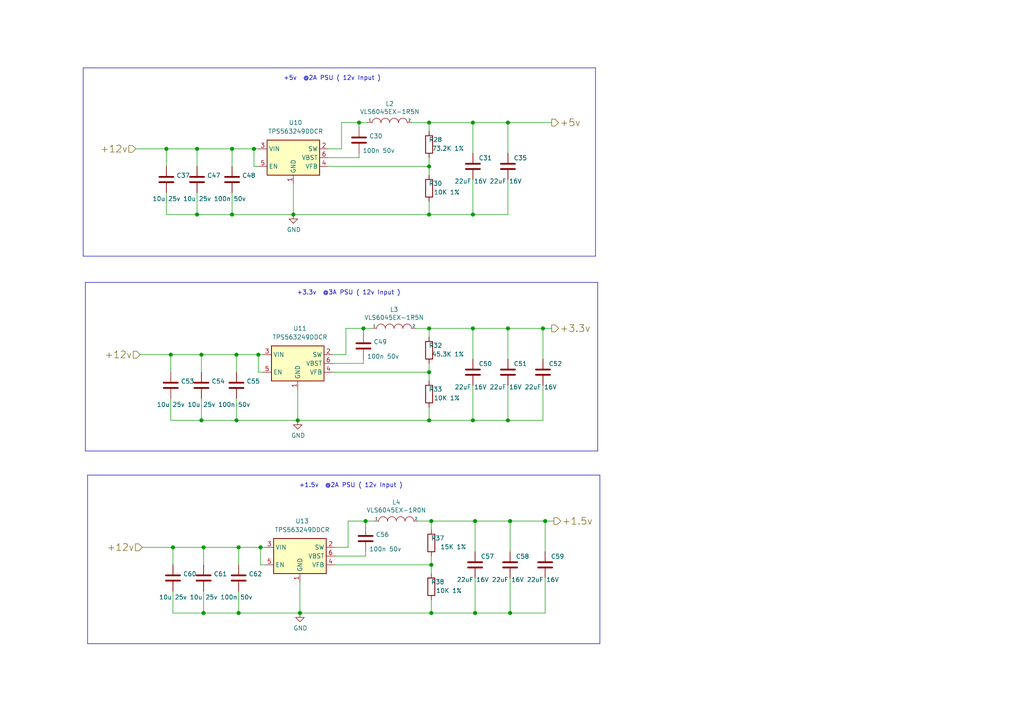
<source format=kicad_sch>
(kicad_sch (version 20201015) (generator eeschema)
  (paper "A4")
  (title_block (title "AP3500v2") (date "2021-01-19") (rev "1") (company "(c) ISis ImageStream Internet Solutions 2020") (comment 1 "www.imagestream.com"))
  (lib_symbols
    (symbol "Device:C" (pin_numbers hide) (pin_names (offset 0.254))
      (property "Reference" "C" (at 0.635 2.54 0))
      (property "Value" "C" (at 0.635 -2.54 0))
      (symbol "C_0_1"
        (polyline (pts (xy -2.032 -0.762) (xy 2.032 -0.762)) (stroke (width 0.508)))
        (polyline (pts (xy -2.032 0.762) (xy 2.032 0.762)) (stroke (width 0.508)))
      )
      (symbol "C_1_1"
        (pin passive line (at 0 3.81 270) (length 2.794) (name "~") (number "1"))
        (pin passive line (at 0 -3.81 90) (length 2.794) (name "~") (number "2"))
      )
    )
    (symbol "Device:R" (pin_numbers hide) (pin_names (offset 0))
      (property "Reference" "R" (at 2.032 0 90))
      (property "Value" "R" (at 0 0 90))
      (symbol "R_0_1"
        (rectangle (start -1.016 -2.54) (end 1.016 2.54) (stroke (width 0.254)))
      )
      (symbol "R_1_1"
        (pin passive line (at 0 3.81 270) (length 1.27) (name "~") (number "1"))
        (pin passive line (at 0 -3.81 90) (length 1.27) (name "~") (number "2"))
      )
    )
    (symbol "Regulator_Switching:TPS563200"
      (property "Reference" "U" (at -7.62 6.35 0))
      (property "Value" "TPS563200" (at -2.54 6.35 0))
      (symbol "TPS563200_0_1"
        (rectangle (start -7.62 5.08) (end 7.62 -5.08) (stroke (width 0.254)) (fill (type background)))
      )
      (symbol "TPS563200_1_1"
        (pin power_in line (at 0 -7.62 90) (length 2.54) (name "GND") (number "1"))
        (pin output line (at 10.16 2.54 180) (length 2.54) (name "SW") (number "2"))
        (pin power_in line (at -10.16 2.54 0) (length 2.54) (name "VIN") (number "3"))
        (pin input line (at 10.16 -2.54 180) (length 2.54) (name "VFB") (number "4"))
        (pin input line (at -10.16 -2.54 0) (length 2.54) (name "EN") (number "5"))
        (pin passive line (at 10.16 0 180) (length 2.54) (name "VBST") (number "6"))
      )
    )
    (symbol "power:GND" (power) (pin_names (offset 0))
      (property "Value" "GND" (at 0 -3.81 0))
      (symbol "GND_0_1"
        (polyline (pts (xy 0 0) (xy 0 -1.27) (xy 1.27 -1.27) (xy 0 -2.54) (xy -1.27 -1.27) (xy 0 -1.27)))
      )
      (symbol "GND_1_1"
        (pin power_in line (at 0 0 270) (length 0) hide (name "GND") (number "1"))
      )
    )
    (symbol "pspice:INDUCTOR" (pin_numbers hide) (pin_names (offset 0))
      (property "Reference" "L" (at 0 2.54 0))
      (property "Value" "INDUCTOR" (at 0 -1.27 0))
      (symbol "INDUCTOR_0_1"
        (arc (start -2.54 0) (end -5.08 0) (radius (at -3.81 0) (length 1.27) (angles 0.1 179.9)))
        (arc (start 0 0) (end -2.54 0) (radius (at -1.27 0) (length 1.27) (angles 0.1 179.9)))
        (arc (start 2.54 0) (end 0 0) (radius (at 1.27 0) (length 1.27) (angles 0.1 179.9)))
        (arc (start 5.08 0) (end 2.54 0) (radius (at 3.81 0) (length 1.27) (angles 0.1 179.9)))
      )
      (symbol "INDUCTOR_1_1"
        (pin input line (at -6.35 0 0) (length 1.27) (name "1") (number "1"))
        (pin input line (at 6.35 0 180) (length 1.27) (name "2") (number "2"))
      )
    )
  )
  (junction (at 48.26 43.18) (diameter 1.016))
  (junction (at 49.53 102.87) (diameter 1.016))
  (junction (at 50.165 158.75) (diameter 1.016))
  (junction (at 57.15 43.18) (diameter 1.016))
  (junction (at 57.15 62.23) (diameter 1.016))
  (junction (at 58.42 102.87) (diameter 1.016))
  (junction (at 58.42 121.92) (diameter 1.016))
  (junction (at 59.055 158.75) (diameter 1.016))
  (junction (at 59.055 177.8) (diameter 1.016))
  (junction (at 67.31 43.18) (diameter 1.016))
  (junction (at 67.31 62.23) (diameter 1.016))
  (junction (at 68.58 102.87) (diameter 1.016))
  (junction (at 68.58 121.92) (diameter 1.016))
  (junction (at 69.215 158.75) (diameter 1.016))
  (junction (at 69.215 177.8) (diameter 1.016))
  (junction (at 73.66 43.18) (diameter 1.016))
  (junction (at 74.93 102.87) (diameter 1.016))
  (junction (at 75.565 158.75) (diameter 1.016))
  (junction (at 85.09 62.23) (diameter 1.016))
  (junction (at 86.36 121.92) (diameter 1.016))
  (junction (at 86.995 177.8) (diameter 1.016))
  (junction (at 104.14 35.56) (diameter 1.016))
  (junction (at 105.41 95.25) (diameter 1.016))
  (junction (at 106.045 151.13) (diameter 1.016))
  (junction (at 124.46 35.56) (diameter 1.016))
  (junction (at 124.46 48.26) (diameter 1.016))
  (junction (at 124.46 62.23) (diameter 1.016))
  (junction (at 124.46 95.25) (diameter 1.016))
  (junction (at 124.46 107.95) (diameter 1.016))
  (junction (at 124.46 121.92) (diameter 1.016))
  (junction (at 125.095 151.13) (diameter 1.016))
  (junction (at 125.095 163.83) (diameter 1.016))
  (junction (at 125.095 177.8) (diameter 1.016))
  (junction (at 137.16 35.56) (diameter 1.016))
  (junction (at 137.16 62.23) (diameter 1.016))
  (junction (at 137.16 95.25) (diameter 1.016))
  (junction (at 137.16 121.92) (diameter 1.016))
  (junction (at 137.795 151.13) (diameter 1.016))
  (junction (at 137.795 177.8) (diameter 1.016))
  (junction (at 147.32 35.56) (diameter 1.016))
  (junction (at 147.32 95.25) (diameter 1.016))
  (junction (at 147.32 121.92) (diameter 1.016))
  (junction (at 147.955 151.13) (diameter 1.016))
  (junction (at 147.955 177.8) (diameter 1.016))
  (junction (at 157.48 95.25) (diameter 1.016))
  (junction (at 158.115 151.13) (diameter 1.016))
  (wire (pts (xy 39.37 43.18) (xy 48.26 43.18)))
  (wire (pts (xy 40.64 102.87) (xy 49.53 102.87)))
  (wire (pts (xy 41.275 158.75) (xy 50.165 158.75)))
  (wire (pts (xy 48.26 43.18) (xy 48.26 48.26)))
  (wire (pts (xy 48.26 43.18) (xy 57.15 43.18)))
  (wire (pts (xy 48.26 55.88) (xy 48.26 62.23)))
  (wire (pts (xy 48.26 62.23) (xy 57.15 62.23)))
  (wire (pts (xy 49.53 102.87) (xy 49.53 107.95)))
  (wire (pts (xy 49.53 102.87) (xy 58.42 102.87)))
  (wire (pts (xy 49.53 115.57) (xy 49.53 121.92)))
  (wire (pts (xy 49.53 121.92) (xy 58.42 121.92)))
  (wire (pts (xy 50.165 158.75) (xy 50.165 163.83)))
  (wire (pts (xy 50.165 158.75) (xy 59.055 158.75)))
  (wire (pts (xy 50.165 171.45) (xy 50.165 177.8)))
  (wire (pts (xy 50.165 177.8) (xy 59.055 177.8)))
  (wire (pts (xy 57.15 43.18) (xy 57.15 48.26)))
  (wire (pts (xy 57.15 43.18) (xy 67.31 43.18)))
  (wire (pts (xy 57.15 55.88) (xy 57.15 62.23)))
  (wire (pts (xy 57.15 62.23) (xy 67.31 62.23)))
  (wire (pts (xy 58.42 102.87) (xy 58.42 107.95)))
  (wire (pts (xy 58.42 102.87) (xy 68.58 102.87)))
  (wire (pts (xy 58.42 115.57) (xy 58.42 121.92)))
  (wire (pts (xy 58.42 121.92) (xy 68.58 121.92)))
  (wire (pts (xy 59.055 158.75) (xy 59.055 163.83)))
  (wire (pts (xy 59.055 158.75) (xy 69.215 158.75)))
  (wire (pts (xy 59.055 171.45) (xy 59.055 177.8)))
  (wire (pts (xy 59.055 177.8) (xy 69.215 177.8)))
  (wire (pts (xy 67.31 43.18) (xy 67.31 48.26)))
  (wire (pts (xy 67.31 43.18) (xy 73.66 43.18)))
  (wire (pts (xy 67.31 55.88) (xy 67.31 62.23)))
  (wire (pts (xy 67.31 62.23) (xy 85.09 62.23)))
  (wire (pts (xy 68.58 102.87) (xy 68.58 107.95)))
  (wire (pts (xy 68.58 102.87) (xy 74.93 102.87)))
  (wire (pts (xy 68.58 115.57) (xy 68.58 121.92)))
  (wire (pts (xy 68.58 121.92) (xy 86.36 121.92)))
  (wire (pts (xy 69.215 158.75) (xy 69.215 163.83)))
  (wire (pts (xy 69.215 158.75) (xy 75.565 158.75)))
  (wire (pts (xy 69.215 171.45) (xy 69.215 177.8)))
  (wire (pts (xy 69.215 177.8) (xy 86.995 177.8)))
  (wire (pts (xy 73.66 43.18) (xy 74.93 43.18)))
  (wire (pts (xy 73.66 48.26) (xy 73.66 43.18)))
  (wire (pts (xy 74.93 48.26) (xy 73.66 48.26)))
  (wire (pts (xy 74.93 102.87) (xy 76.2 102.87)))
  (wire (pts (xy 74.93 107.95) (xy 74.93 102.87)))
  (wire (pts (xy 75.565 158.75) (xy 76.835 158.75)))
  (wire (pts (xy 75.565 163.83) (xy 75.565 158.75)))
  (wire (pts (xy 76.2 107.95) (xy 74.93 107.95)))
  (wire (pts (xy 76.835 163.83) (xy 75.565 163.83)))
  (wire (pts (xy 85.09 53.34) (xy 85.09 62.23)))
  (wire (pts (xy 85.09 62.23) (xy 124.46 62.23)))
  (wire (pts (xy 86.36 113.03) (xy 86.36 121.92)))
  (wire (pts (xy 86.36 121.92) (xy 124.46 121.92)))
  (wire (pts (xy 86.995 168.91) (xy 86.995 177.8)))
  (wire (pts (xy 86.995 177.8) (xy 125.095 177.8)))
  (wire (pts (xy 95.25 45.72) (xy 104.14 45.72)))
  (wire (pts (xy 95.25 48.26) (xy 124.46 48.26)))
  (wire (pts (xy 96.52 105.41) (xy 105.41 105.41)))
  (wire (pts (xy 96.52 107.95) (xy 124.46 107.95)))
  (wire (pts (xy 97.155 161.29) (xy 106.045 161.29)))
  (wire (pts (xy 97.155 163.83) (xy 125.095 163.83)))
  (wire (pts (xy 99.06 35.56) (xy 99.06 43.18)))
  (wire (pts (xy 99.06 43.18) (xy 95.25 43.18)))
  (wire (pts (xy 100.33 95.25) (xy 100.33 102.87)))
  (wire (pts (xy 100.33 102.87) (xy 96.52 102.87)))
  (wire (pts (xy 100.965 151.13) (xy 100.965 158.75)))
  (wire (pts (xy 100.965 158.75) (xy 97.155 158.75)))
  (wire (pts (xy 104.14 35.56) (xy 99.06 35.56)))
  (wire (pts (xy 104.14 35.56) (xy 104.14 36.83)))
  (wire (pts (xy 104.14 45.72) (xy 104.14 44.45)))
  (wire (pts (xy 105.41 95.25) (xy 100.33 95.25)))
  (wire (pts (xy 105.41 95.25) (xy 105.41 96.52)))
  (wire (pts (xy 105.41 105.41) (xy 105.41 104.14)))
  (wire (pts (xy 106.045 151.13) (xy 100.965 151.13)))
  (wire (pts (xy 106.045 151.13) (xy 106.045 152.4)))
  (wire (pts (xy 106.045 161.29) (xy 106.045 160.02)))
  (wire (pts (xy 106.68 35.56) (xy 104.14 35.56)))
  (wire (pts (xy 107.95 95.25) (xy 105.41 95.25)))
  (wire (pts (xy 108.585 151.13) (xy 106.045 151.13)))
  (wire (pts (xy 119.38 35.56) (xy 124.46 35.56)))
  (wire (pts (xy 120.65 95.25) (xy 124.46 95.25)))
  (wire (pts (xy 121.285 151.13) (xy 125.095 151.13)))
  (wire (pts (xy 124.46 35.56) (xy 124.46 38.1)))
  (wire (pts (xy 124.46 35.56) (xy 137.16 35.56)))
  (wire (pts (xy 124.46 45.72) (xy 124.46 48.26)))
  (wire (pts (xy 124.46 48.26) (xy 124.46 50.8)))
  (wire (pts (xy 124.46 62.23) (xy 124.46 58.42)))
  (wire (pts (xy 124.46 95.25) (xy 124.46 97.79)))
  (wire (pts (xy 124.46 95.25) (xy 137.16 95.25)))
  (wire (pts (xy 124.46 105.41) (xy 124.46 107.95)))
  (wire (pts (xy 124.46 107.95) (xy 124.46 110.49)))
  (wire (pts (xy 124.46 121.92) (xy 124.46 118.11)))
  (wire (pts (xy 125.095 151.13) (xy 125.095 153.67)))
  (wire (pts (xy 125.095 151.13) (xy 137.795 151.13)))
  (wire (pts (xy 125.095 161.29) (xy 125.095 163.83)))
  (wire (pts (xy 125.095 163.83) (xy 125.095 166.37)))
  (wire (pts (xy 125.095 177.8) (xy 125.095 173.99)))
  (wire (pts (xy 137.16 35.56) (xy 137.16 44.45)))
  (wire (pts (xy 137.16 35.56) (xy 147.32 35.56)))
  (wire (pts (xy 137.16 52.07) (xy 137.16 62.23)))
  (wire (pts (xy 137.16 62.23) (xy 124.46 62.23)))
  (wire (pts (xy 137.16 95.25) (xy 137.16 104.14)))
  (wire (pts (xy 137.16 95.25) (xy 147.32 95.25)))
  (wire (pts (xy 137.16 111.76) (xy 137.16 121.92)))
  (wire (pts (xy 137.16 121.92) (xy 124.46 121.92)))
  (wire (pts (xy 137.795 151.13) (xy 137.795 160.02)))
  (wire (pts (xy 137.795 151.13) (xy 147.955 151.13)))
  (wire (pts (xy 137.795 167.64) (xy 137.795 177.8)))
  (wire (pts (xy 137.795 177.8) (xy 125.095 177.8)))
  (wire (pts (xy 147.32 35.56) (xy 147.32 44.45)))
  (wire (pts (xy 147.32 35.56) (xy 160.02 35.56)))
  (wire (pts (xy 147.32 52.07) (xy 147.32 62.23)))
  (wire (pts (xy 147.32 62.23) (xy 137.16 62.23)))
  (wire (pts (xy 147.32 95.25) (xy 147.32 104.14)))
  (wire (pts (xy 147.32 95.25) (xy 157.48 95.25)))
  (wire (pts (xy 147.32 111.76) (xy 147.32 121.92)))
  (wire (pts (xy 147.32 121.92) (xy 137.16 121.92)))
  (wire (pts (xy 147.955 151.13) (xy 147.955 160.02)))
  (wire (pts (xy 147.955 151.13) (xy 158.115 151.13)))
  (wire (pts (xy 147.955 167.64) (xy 147.955 177.8)))
  (wire (pts (xy 147.955 177.8) (xy 137.795 177.8)))
  (wire (pts (xy 157.48 95.25) (xy 157.48 104.14)))
  (wire (pts (xy 157.48 95.25) (xy 160.02 95.25)))
  (wire (pts (xy 157.48 111.76) (xy 157.48 121.92)))
  (wire (pts (xy 157.48 121.92) (xy 147.32 121.92)))
  (wire (pts (xy 158.115 151.13) (xy 158.115 160.02)))
  (wire (pts (xy 158.115 151.13) (xy 160.655 151.13)))
  (wire (pts (xy 158.115 167.64) (xy 158.115 177.8)))
  (wire (pts (xy 158.115 177.8) (xy 147.955 177.8)))
  (polyline (pts (xy 24.13 19.685) (xy 24.13 74.295)) (stroke (width 0) (type solid)))
  (polyline (pts (xy 24.13 19.685) (xy 172.72 19.685)) (stroke (width 0) (type solid)))
  (polyline (pts (xy 24.765 81.915) (xy 24.765 130.81)) (stroke (width 0) (type solid)))
  (polyline (pts (xy 24.765 81.915) (xy 173.355 81.915)) (stroke (width 0) (type solid)))
  (polyline (pts (xy 25.4 137.795) (xy 25.4 186.69)) (stroke (width 0) (type solid)))
  (polyline (pts (xy 25.4 137.795) (xy 173.99 137.795)) (stroke (width 0) (type solid)))
  (polyline (pts (xy 172.72 19.685) (xy 172.72 74.295)) (stroke (width 0) (type solid)))
  (polyline (pts (xy 172.72 74.295) (xy 24.13 74.295)) (stroke (width 0) (type solid)))
  (polyline (pts (xy 173.355 81.915) (xy 173.355 130.81)) (stroke (width 0) (type solid)))
  (polyline (pts (xy 173.355 130.81) (xy 24.765 130.81)) (stroke (width 0) (type solid)))
  (polyline (pts (xy 173.99 137.795) (xy 173.99 186.69)) (stroke (width 0) (type solid)))
  (polyline (pts (xy 173.99 186.69) (xy 25.4 186.69)) (stroke (width 0) (type solid)))
  (text "+5v  @2A PSU ( 12v Input )" (at 110.49 23.495 180) (effects (font (size 1.27 1.27)) (justify right bottom)))
  (text "+3.3v  @3A PSU ( 12v Input )" (at 116.205 85.725 180) (effects (font (size 1.27 1.27)) (justify right bottom)))
  (text "+1.5v  @2A PSU ( 12v Input )" (at 116.84 141.605 180) (effects (font (size 1.27 1.27)) (justify right bottom)))
  (hierarchical_label "+12v" (shape input) (at 39.37 43.18 180) (effects (font (size 2.007 2.007))))
  (hierarchical_label "+12v" (shape input) (at 40.64 102.87 180) (effects (font (size 2.007 2.007))))
  (hierarchical_label "+12v" (shape input) (at 41.275 158.75 180) (effects (font (size 2.007 2.007))))
  (hierarchical_label "+5v" (shape output) (at 160.02 35.56 0) (effects (font (size 2.007 2.007))))
  (hierarchical_label "+3.3v" (shape output) (at 160.02 95.25 0) (effects (font (size 2.007 2.007))))
  (hierarchical_label "+1.5v" (shape output) (at 160.655 151.13 0) (effects (font (size 2.007 2.007))))
  (symbol (lib_id "power:GND") (at 85.09 62.23 0) (unit 1)
    (property "Reference" "#PWR0118" (effects hide))
    (property "Value" "GND" (at 85.217 66.6242 0))
  )
  (symbol (lib_id "power:GND") (at 86.36 121.92 0) (unit 1)
    (property "Reference" "#PWR0120" (effects hide))
    (property "Value" "GND" (at 86.487 126.3142 0))
  )
  (symbol (lib_id "power:GND") (at 86.995 177.8 0) (unit 1)
    (property "Reference" "#PWR0119" (effects hide))
    (property "Value" "GND" (at 87.122 182.1942 0))
  )
  (symbol (lib_id "Device:R") (at 124.46 41.91 0) (mirror y) (unit 1)
    (property "Reference" "R28" (at 128.27 40.513 0) (effects (justify left)))
    (property "Value" "73.2K 1%" (at 134.62 43.053 0) (effects (justify left)))
    (property "Footprint" "Resistor_SMD:R_0603_1608Metric" (effects hide))
    (property "PartsBoxID" "CRCW060373K2FKEA" (effects hide))
  )
  (symbol (lib_id "Device:R") (at 124.46 54.61 0) (mirror y) (unit 1)
    (property "Reference" "R30" (at 128.27 53.213 0) (effects (justify left)))
    (property "Value" "10K 1%" (at 133.35 55.753 0) (effects (justify left)))
    (property "Footprint" "Resistor_SMD:R_0603_1608Metric" (effects hide))
    (property "Field6" "CRCW060310K0FKEA" (effects hide))
    (property "PartsBoxID" "0603-10K-1%" (effects hide))
  )
  (symbol (lib_id "Device:R") (at 124.46 101.6 0) (mirror y) (unit 1)
    (property "Reference" "R32" (at 128.27 100.203 0) (effects (justify left)))
    (property "Value" "45.3K 1%" (at 134.62 102.743 0) (effects (justify left)))
    (property "Footprint" "Resistor_SMD:R_0603_1608Metric" (effects hide))
    (property "PartsBoxID" "CRCW060345K3FKEA" (effects hide))
  )
  (symbol (lib_id "Device:R") (at 124.46 114.3 0) (mirror y) (unit 1)
    (property "Reference" "R33" (at 128.27 112.903 0) (effects (justify left)))
    (property "Value" "10K 1%" (at 133.35 115.443 0) (effects (justify left)))
    (property "Footprint" "Resistor_SMD:R_0603_1608Metric" (effects hide))
    (property "Field6" "CRCW060310K0FKEA" (effects hide))
    (property "PartsBoxID" "0603-10K-1%" (effects hide))
  )
  (symbol (lib_id "Device:R") (at 125.095 157.48 0) (mirror y) (unit 1)
    (property "Reference" "R37" (at 128.905 156.083 0) (effects (justify left)))
    (property "Value" "15K 1%" (at 135.255 158.623 0) (effects (justify left)))
    (property "Footprint" "Resistor_SMD:R_0603_1608Metric" (effects hide))
    (property "PartsBoxID" "0603-15K-1%" (effects hide))
  )
  (symbol (lib_id "Device:R") (at 125.095 170.18 0) (mirror y) (unit 1)
    (property "Reference" "R38" (at 128.905 168.783 0) (effects (justify left)))
    (property "Value" "10K 1%" (at 133.985 171.323 0) (effects (justify left)))
    (property "Footprint" "Resistor_SMD:R_0603_1608Metric" (effects hide))
    (property "Field6" "CRCW060310K0FKEA" (effects hide))
    (property "PartsBoxID" "0603-10K-1%" (effects hide))
  )
  (symbol (lib_id "pspice:INDUCTOR") (at 113.03 35.56 0) (unit 1)
    (property "Reference" "L2" (at 113.03 30.099 0))
    (property "Value" "VLS6045EX-1R5N" (at 113.03 32.4104 0))
    (property "Footprint" "Scott:L_TDK_VLS6045" (effects hide))
    (property "PartsBoxID" "VLS6045EX-1R5N" (effects hide))
  )
  (symbol (lib_id "pspice:INDUCTOR") (at 114.3 95.25 0) (unit 1)
    (property "Reference" "L3" (at 114.3 89.789 0))
    (property "Value" "VLS6045EX-1R5N" (at 114.3 92.1004 0))
    (property "Footprint" "Scott:L_TDK_VLS6045" (effects hide))
    (property "PartsBoxID" "VLS6045EX-1R5N" (effects hide))
  )
  (symbol (lib_id "pspice:INDUCTOR") (at 114.935 151.13 0) (unit 1)
    (property "Reference" "L4" (at 114.935 145.669 0))
    (property "Value" "VLS6045EX-1R0N" (at 114.935 147.9804 0))
    (property "Footprint" "Scott:L_TDK_VLS6045" (effects hide))
    (property "PartsBoxID" "VLS6045EX-1R0N" (effects hide))
  )
  (symbol (lib_id "Device:C") (at 48.26 52.07 0) (unit 1)
    (property "Reference" "C37" (at 51.181 50.9016 0) (effects (justify left)))
    (property "Value" "10u 25v" (at 44.196 57.658 0) (effects (justify left)))
    (property "Footprint" "Capacitor_SMD:C_0805_2012Metric" (effects hide))
    (property "Field4" "Digikey" (effects hide))
    (property "Field6" "C0805C106K8PACTU" (effects hide))
    (property "Field7" "Kemet" (effects hide))
    (property "Part Description" "10uF 10% or 20% 10V Ceramic Capacitor X5R 0805" (effects hide))
    (property "PartsBoxID" "0805-10uF-X7R-25V" (effects hide))
  )
  (symbol (lib_id "Device:C") (at 49.53 111.76 0) (unit 1)
    (property "Reference" "C53" (at 52.451 110.5916 0) (effects (justify left)))
    (property "Value" "10u 25v" (at 45.466 117.348 0) (effects (justify left)))
    (property "Footprint" "Capacitor_SMD:C_0805_2012Metric" (effects hide))
    (property "Field4" "Digikey" (effects hide))
    (property "Field6" "C0805C106K8PACTU" (effects hide))
    (property "Field7" "Kemet" (effects hide))
    (property "Part Description" "10uF 10% or 20% 10V Ceramic Capacitor X5R 0805" (effects hide))
    (property "PartsBoxID" "0805-10uF-X7R-25V" (effects hide))
  )
  (symbol (lib_id "Device:C") (at 50.165 167.64 0) (unit 1)
    (property "Reference" "C60" (at 53.086 166.4716 0) (effects (justify left)))
    (property "Value" "10u 25v" (at 46.101 173.228 0) (effects (justify left)))
    (property "Footprint" "Capacitor_SMD:C_0805_2012Metric" (effects hide))
    (property "Field4" "Digikey" (effects hide))
    (property "Field6" "C0805C106K8PACTU" (effects hide))
    (property "Field7" "Kemet" (effects hide))
    (property "Part Description" "10uF 10% or 20% 10V Ceramic Capacitor X5R 0805" (effects hide))
    (property "PartsBoxID" "0805-10uF-X7R-25V" (effects hide))
  )
  (symbol (lib_id "Device:C") (at 57.15 52.07 0) (unit 1)
    (property "Reference" "C47" (at 60.071 50.9016 0) (effects (justify left)))
    (property "Value" "10u 25v" (at 53.086 57.658 0) (effects (justify left)))
    (property "Footprint" "Capacitor_SMD:C_0805_2012Metric" (effects hide))
    (property "Field4" "Digikey" (effects hide))
    (property "Field6" "C0805C106K8PACTU" (effects hide))
    (property "Field7" "Kemet" (effects hide))
    (property "Part Description" "10uF 10% or 20% 10V Ceramic Capacitor X5R 0805" (effects hide))
    (property "PartsBoxID" "0805-10uF-X7R-25V" (effects hide))
  )
  (symbol (lib_id "Device:C") (at 58.42 111.76 0) (unit 1)
    (property "Reference" "C54" (at 61.341 110.5916 0) (effects (justify left)))
    (property "Value" "10u 25v" (at 54.356 117.348 0) (effects (justify left)))
    (property "Footprint" "Capacitor_SMD:C_0805_2012Metric" (effects hide))
    (property "Field4" "Digikey" (effects hide))
    (property "Field6" "C0805C106K8PACTU" (effects hide))
    (property "Field7" "Kemet" (effects hide))
    (property "Part Description" "10uF 10% or 20% 10V Ceramic Capacitor X5R 0805" (effects hide))
    (property "PartsBoxID" "0805-10uF-X7R-25V" (effects hide))
  )
  (symbol (lib_id "Device:C") (at 59.055 167.64 0) (unit 1)
    (property "Reference" "C61" (at 61.976 166.4716 0) (effects (justify left)))
    (property "Value" "10u 25v" (at 54.991 173.228 0) (effects (justify left)))
    (property "Footprint" "Capacitor_SMD:C_0805_2012Metric" (effects hide))
    (property "Field4" "Digikey" (effects hide))
    (property "Field6" "C0805C106K8PACTU" (effects hide))
    (property "Field7" "Kemet" (effects hide))
    (property "Part Description" "10uF 10% or 20% 10V Ceramic Capacitor X5R 0805" (effects hide))
    (property "PartsBoxID" "0805-10uF-X7R-25V" (effects hide))
  )
  (symbol (lib_id "Device:C") (at 67.31 52.07 0) (unit 1)
    (property "Reference" "C48" (at 70.231 50.9016 0) (effects (justify left)))
    (property "Value" "100n 50v" (at 61.976 57.658 0) (effects (justify left)))
    (property "Footprint" "Capacitor_SMD:C_0603_1608Metric" (effects hide))
    (property "Field4" "Digikey" (effects hide))
    (property "Field6" "GRM188R71H104KA93D" (effects hide))
    (property "Field7" "Murata" (effects hide))
    (property "Part Description" "100nF 10% or 20% 50V Ceramic Capacitor X7R 0603" (effects hide))
    (property "PartsBoxID" "0603-100nF-X7R-50V" (effects hide))
  )
  (symbol (lib_id "Device:C") (at 68.58 111.76 0) (unit 1)
    (property "Reference" "C55" (at 71.501 110.5916 0) (effects (justify left)))
    (property "Value" "100n 50v" (at 63.246 117.348 0) (effects (justify left)))
    (property "Footprint" "Capacitor_SMD:C_0603_1608Metric" (effects hide))
    (property "Field4" "Digikey" (effects hide))
    (property "Field6" "GRM188R71H104KA93D" (effects hide))
    (property "Field7" "Murata" (effects hide))
    (property "Part Description" "100nF 10% or 20% 50V Ceramic Capacitor X7R 0603" (effects hide))
    (property "PartsBoxID" "0603-100nF-X7R-50V" (effects hide))
  )
  (symbol (lib_id "Device:C") (at 69.215 167.64 0) (unit 1)
    (property "Reference" "C62" (at 72.136 166.4716 0) (effects (justify left)))
    (property "Value" "100n 50v" (at 63.881 173.228 0) (effects (justify left)))
    (property "Footprint" "Capacitor_SMD:C_0603_1608Metric" (effects hide))
    (property "Field4" "Digikey" (effects hide))
    (property "Field6" "GRM188R71H104KA93D" (effects hide))
    (property "Field7" "Murata" (effects hide))
    (property "Part Description" "100nF 10% or 20% 50V Ceramic Capacitor X7R 0603" (effects hide))
    (property "PartsBoxID" "0603-100nF-X7R-50V" (effects hide))
  )
  (symbol (lib_id "Device:C") (at 104.14 40.64 0) (unit 1)
    (property "Reference" "C30" (at 107.061 39.4716 0) (effects (justify left)))
    (property "Value" "100n 50v" (at 105.156 43.688 0) (effects (justify left)))
    (property "Footprint" "Capacitor_SMD:C_0603_1608Metric" (effects hide))
    (property "Field4" "Digikey" (effects hide))
    (property "Field6" "GRM155R71C104KA88D" (effects hide))
    (property "Field7" "Murata" (effects hide))
    (property "PartsBoxID" "0603-100nF-X7R-50V" (effects hide))
  )
  (symbol (lib_id "Device:C") (at 105.41 100.33 0) (unit 1)
    (property "Reference" "C49" (at 108.331 99.1616 0) (effects (justify left)))
    (property "Value" "100n 50v" (at 106.426 103.378 0) (effects (justify left)))
    (property "Footprint" "Capacitor_SMD:C_0603_1608Metric" (effects hide))
    (property "Field4" "Digikey" (effects hide))
    (property "Field6" "GRM155R71C104KA88D" (effects hide))
    (property "Field7" "Murata" (effects hide))
    (property "PartsBoxID" "0603-100nF-X7R-50V" (effects hide))
  )
  (symbol (lib_id "Device:C") (at 106.045 156.21 0) (unit 1)
    (property "Reference" "C56" (at 108.966 155.0416 0) (effects (justify left)))
    (property "Value" "100n 50v" (at 107.061 159.258 0) (effects (justify left)))
    (property "Footprint" "Capacitor_SMD:C_0603_1608Metric" (effects hide))
    (property "Field4" "Digikey" (effects hide))
    (property "Field6" "GRM155R71C104KA88D" (effects hide))
    (property "Field7" "Murata" (effects hide))
    (property "PartsBoxID" "0603-100nF-X7R-50V" (effects hide))
  )
  (symbol (lib_id "Device:C") (at 137.16 48.26 0) (unit 1)
    (property "Reference" "C31" (at 138.811 45.8216 0) (effects (justify left)))
    (property "Value" "22uF 16V" (at 131.826 52.578 0) (effects (justify left)))
    (property "Footprint" "Capacitor_SMD:C_1210_3225Metric" (effects hide))
    (property "Field4" "Mouser" (effects hide))
    (property "Part Description" "GCM32ER71C226KE19L" (effects hide))
    (property "PartsBoxID" "1210-22uF-X7R-16V" (effects hide))
  )
  (symbol (lib_id "Device:C") (at 137.16 107.95 0) (unit 1)
    (property "Reference" "C50" (at 138.811 105.5116 0) (effects (justify left)))
    (property "Value" "22uF 16V" (at 131.826 112.268 0) (effects (justify left)))
    (property "Footprint" "Capacitor_SMD:C_1210_3225Metric" (effects hide))
    (property "Field4" "Mouser" (effects hide))
    (property "Part Description" "GCM32ER71C226KE19L" (effects hide))
    (property "PartsBoxID" "1210-22uF-X7R-16V" (effects hide))
  )
  (symbol (lib_id "Device:C") (at 137.795 163.83 0) (unit 1)
    (property "Reference" "C57" (at 139.446 161.3916 0) (effects (justify left)))
    (property "Value" "22uF 16V" (at 132.461 168.148 0) (effects (justify left)))
    (property "Footprint" "Capacitor_SMD:C_1210_3225Metric" (effects hide))
    (property "Field4" "Mouser" (effects hide))
    (property "Part Description" "GCM32ER71C226KE19L" (effects hide))
    (property "PartsBoxID" "1210-22uF-X7R-16V" (effects hide))
  )
  (symbol (lib_id "Device:C") (at 147.32 48.26 0) (unit 1)
    (property "Reference" "C35" (at 148.971 45.8216 0) (effects (justify left)))
    (property "Value" "22uF 16V" (at 141.986 52.578 0) (effects (justify left)))
    (property "Footprint" "Capacitor_SMD:C_1210_3225Metric" (effects hide))
    (property "Field4" "Mouser" (effects hide))
    (property "Part Description" "GCM32ER71C226KE19L" (effects hide))
    (property "PartsBoxID" "1210-22uF-X7R-16V" (effects hide))
  )
  (symbol (lib_id "Device:C") (at 147.32 107.95 0) (unit 1)
    (property "Reference" "C51" (at 148.971 105.5116 0) (effects (justify left)))
    (property "Value" "22uF 16V" (at 141.986 112.268 0) (effects (justify left)))
    (property "Footprint" "Capacitor_SMD:C_1210_3225Metric" (effects hide))
    (property "Field4" "Mouser" (effects hide))
    (property "Part Description" "GCM32ER71C226KE19L" (effects hide))
    (property "PartsBoxID" "1210-22uF-X7R-16V" (effects hide))
  )
  (symbol (lib_id "Device:C") (at 147.955 163.83 0) (unit 1)
    (property "Reference" "C58" (at 149.606 161.3916 0) (effects (justify left)))
    (property "Value" "22uF 16V" (at 142.621 168.148 0) (effects (justify left)))
    (property "Footprint" "Capacitor_SMD:C_1210_3225Metric" (effects hide))
    (property "Field4" "Mouser" (effects hide))
    (property "Part Description" "GCM32ER71C226KE19L" (effects hide))
    (property "PartsBoxID" "1210-22uF-X7R-16V" (effects hide))
  )
  (symbol (lib_id "Device:C") (at 157.48 107.95 0) (unit 1)
    (property "Reference" "C52" (at 159.131 105.5116 0) (effects (justify left)))
    (property "Value" "22uF 16V" (at 152.146 112.268 0) (effects (justify left)))
    (property "Footprint" "Capacitor_SMD:C_1210_3225Metric" (effects hide))
    (property "Field4" "Mouser" (effects hide))
    (property "Part Description" "GCM32ER71C226KE19L" (effects hide))
    (property "PartsBoxID" "1210-22uF-X7R-16V" (effects hide))
  )
  (symbol (lib_id "Device:C") (at 158.115 163.83 0) (unit 1)
    (property "Reference" "C59" (at 159.766 161.3916 0) (effects (justify left)))
    (property "Value" "22uF 16V" (at 152.781 168.148 0) (effects (justify left)))
    (property "Footprint" "Capacitor_SMD:C_1210_3225Metric" (effects hide))
    (property "Field4" "Mouser" (effects hide))
    (property "Part Description" "GCM32ER71C226KE19L" (effects hide))
    (property "PartsBoxID" "1210-22uF-X7R-16V" (effects hide))
  )
  (symbol (lib_id "Regulator_Switching:TPS563200") (at 85.09 45.72 0) (unit 1)
    (property "Reference" "U10" (at 85.725 35.56 0))
    (property "Value" "TPS563249DDCR" (at 85.725 38.1 0))
    (property "Footprint" "Package_TO_SOT_SMD:SOT-23-6" (effects hide))
    (property "PartsBoxID" "TPS563249DDCR" (effects hide))
  )
  (symbol (lib_id "Regulator_Switching:TPS563200") (at 86.36 105.41 0) (unit 1)
    (property "Reference" "U11" (at 86.995 95.25 0))
    (property "Value" "TPS563249DDCR" (at 86.995 97.79 0))
    (property "Footprint" "Package_TO_SOT_SMD:SOT-23-6" (effects hide))
    (property "PartsBoxID" "TPS563249DDCR" (effects hide))
  )
  (symbol (lib_id "Regulator_Switching:TPS563200") (at 86.995 161.29 0) (unit 1)
    (property "Reference" "U13" (at 87.63 151.13 0))
    (property "Value" "TPS563249DDCR" (at 87.63 153.67 0))
    (property "Footprint" "Package_TO_SOT_SMD:SOT-23-6" (effects hide))
    (property "PartsBoxID" "TPS563249DDCR" (effects hide))
  )
)
</source>
